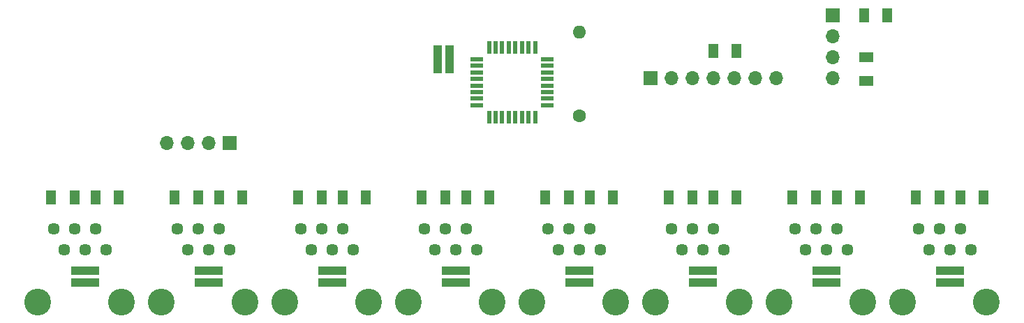
<source format=gbr>
G04 #@! TF.GenerationSoftware,KiCad,Pcbnew,(6.0.0-rc1-dev-313-g8db361882)*
G04 #@! TF.CreationDate,2018-09-01T22:17:23+02:00*
G04 #@! TF.ProjectId,Muxtemp,4D757874656D702E6B696361645F7063,rev?*
G04 #@! TF.SameCoordinates,Original*
G04 #@! TF.FileFunction,Soldermask,Bot*
G04 #@! TF.FilePolarity,Negative*
%FSLAX46Y46*%
G04 Gerber Fmt 4.6, Leading zero omitted, Abs format (unit mm)*
G04 Created by KiCad (PCBNEW (6.0.0-rc1-dev-313-g8db361882)) date 09/01/18 22:17:23*
%MOMM*%
%LPD*%
G01*
G04 APERTURE LIST*
%ADD10R,1.700000X1.700000*%
%ADD11O,1.700000X1.700000*%
%ADD12C,3.250000*%
%ADD13C,1.450000*%
%ADD14R,1.600000X0.550000*%
%ADD15R,0.550000X1.600000*%
%ADD16R,1.220000X1.800000*%
%ADD17C,1.600000*%
%ADD18O,1.600000X1.600000*%
%ADD19R,1.070000X3.400000*%
%ADD20R,3.400000X1.070000*%
%ADD21R,1.800000X1.220000*%
G04 APERTURE END LIST*
D10*
G04 #@! TO.C,J10*
X157734000Y-85852000D03*
D11*
X160274000Y-85852000D03*
X162814000Y-85852000D03*
X165354000Y-85852000D03*
X167894000Y-85852000D03*
X170434000Y-85852000D03*
X172974000Y-85852000D03*
G04 #@! TD*
D12*
G04 #@! TO.C,J3*
X123571000Y-113030000D03*
X113411000Y-113030000D03*
D13*
X121666000Y-106680000D03*
X120396000Y-104140000D03*
X119126000Y-106680000D03*
X117856000Y-104140000D03*
X116586000Y-106680000D03*
X115316000Y-104140000D03*
G04 #@! TD*
D12*
G04 #@! TO.C,J8*
X198501000Y-113030000D03*
X188341000Y-113030000D03*
D13*
X196596000Y-106680000D03*
X195326000Y-104140000D03*
X194056000Y-106680000D03*
X192786000Y-104140000D03*
X191516000Y-106680000D03*
X190246000Y-104140000D03*
G04 #@! TD*
D11*
G04 #@! TO.C,J9*
X99060000Y-93726000D03*
X101600000Y-93726000D03*
X104140000Y-93726000D03*
D10*
X106680000Y-93726000D03*
G04 #@! TD*
G04 #@! TO.C,J11*
X179832000Y-78232000D03*
D11*
X179832000Y-80772000D03*
X179832000Y-83312000D03*
X179832000Y-85852000D03*
G04 #@! TD*
D14*
G04 #@! TO.C,U1*
X145220000Y-83560000D03*
X145220000Y-84360000D03*
X145220000Y-85160000D03*
X145220000Y-85960000D03*
X145220000Y-86760000D03*
X145220000Y-87560000D03*
X145220000Y-88360000D03*
X145220000Y-89160000D03*
D15*
X143770000Y-90610000D03*
X142970000Y-90610000D03*
X142170000Y-90610000D03*
X141370000Y-90610000D03*
X140570000Y-90610000D03*
X139770000Y-90610000D03*
X138970000Y-90610000D03*
X138170000Y-90610000D03*
D14*
X136720000Y-89160000D03*
X136720000Y-88360000D03*
X136720000Y-87560000D03*
X136720000Y-86760000D03*
X136720000Y-85960000D03*
X136720000Y-85160000D03*
X136720000Y-84360000D03*
X136720000Y-83560000D03*
D15*
X138170000Y-82110000D03*
X138970000Y-82110000D03*
X139770000Y-82110000D03*
X140570000Y-82110000D03*
X141370000Y-82110000D03*
X142170000Y-82110000D03*
X142970000Y-82110000D03*
X143770000Y-82110000D03*
G04 #@! TD*
D16*
G04 #@! TO.C,R17*
X168214000Y-82550000D03*
X165354000Y-82550000D03*
G04 #@! TD*
D17*
G04 #@! TO.C,R19*
X149098000Y-90424000D03*
D18*
X149098000Y-80264000D03*
G04 #@! TD*
D19*
G04 #@! TO.C,JP9*
X133350000Y-83566000D03*
X131900000Y-83566000D03*
G04 #@! TD*
D20*
G04 #@! TO.C,JP7*
X179070000Y-110670000D03*
X179070000Y-109220000D03*
G04 #@! TD*
G04 #@! TO.C,JP6*
X164084000Y-109220000D03*
X164084000Y-110670000D03*
G04 #@! TD*
G04 #@! TO.C,JP1*
X89154000Y-110670000D03*
X89154000Y-109220000D03*
G04 #@! TD*
G04 #@! TO.C,JP2*
X104140000Y-109220000D03*
X104140000Y-110670000D03*
G04 #@! TD*
G04 #@! TO.C,JP8*
X194056000Y-110670000D03*
X194056000Y-109220000D03*
G04 #@! TD*
G04 #@! TO.C,JP5*
X149098000Y-109220000D03*
X149098000Y-110670000D03*
G04 #@! TD*
G04 #@! TO.C,JP4*
X134112000Y-110670000D03*
X134112000Y-109220000D03*
G04 #@! TD*
G04 #@! TO.C,JP3*
X119126000Y-109220000D03*
X119126000Y-110670000D03*
G04 #@! TD*
D21*
G04 #@! TO.C,R18*
X183896000Y-86172000D03*
X183896000Y-83312000D03*
G04 #@! TD*
D16*
G04 #@! TO.C,F1*
X186502000Y-78232000D03*
X183642000Y-78232000D03*
G04 #@! TD*
D12*
G04 #@! TO.C,J6*
X168529000Y-113030000D03*
X158369000Y-113030000D03*
D13*
X166624000Y-106680000D03*
X165354000Y-104140000D03*
X164084000Y-106680000D03*
X162814000Y-104140000D03*
X161544000Y-106680000D03*
X160274000Y-104140000D03*
G04 #@! TD*
G04 #@! TO.C,J1*
X85344000Y-104140000D03*
X86614000Y-106680000D03*
X87884000Y-104140000D03*
X89154000Y-106680000D03*
X90424000Y-104140000D03*
X91694000Y-106680000D03*
D12*
X83439000Y-113030000D03*
X93599000Y-113030000D03*
G04 #@! TD*
D13*
G04 #@! TO.C,J4*
X130302000Y-104140000D03*
X131572000Y-106680000D03*
X132842000Y-104140000D03*
X134112000Y-106680000D03*
X135382000Y-104140000D03*
X136652000Y-106680000D03*
D12*
X128397000Y-113030000D03*
X138557000Y-113030000D03*
G04 #@! TD*
G04 #@! TO.C,J5*
X153543000Y-113030000D03*
X143383000Y-113030000D03*
D13*
X151638000Y-106680000D03*
X150368000Y-104140000D03*
X149098000Y-106680000D03*
X147828000Y-104140000D03*
X146558000Y-106680000D03*
X145288000Y-104140000D03*
G04 #@! TD*
G04 #@! TO.C,J7*
X175260000Y-104140000D03*
X176530000Y-106680000D03*
X177800000Y-104140000D03*
X179070000Y-106680000D03*
X180340000Y-104140000D03*
X181610000Y-106680000D03*
D12*
X173355000Y-113030000D03*
X183515000Y-113030000D03*
G04 #@! TD*
D13*
G04 #@! TO.C,J2*
X100330000Y-104140000D03*
X101600000Y-106680000D03*
X102870000Y-104140000D03*
X104140000Y-106680000D03*
X105410000Y-104140000D03*
X106680000Y-106680000D03*
D12*
X98425000Y-113030000D03*
X108585000Y-113030000D03*
G04 #@! TD*
D16*
G04 #@! TO.C,R7*
X180340000Y-100330000D03*
X183200000Y-100330000D03*
G04 #@! TD*
G04 #@! TO.C,R3*
X123256000Y-100330000D03*
X120396000Y-100330000D03*
G04 #@! TD*
G04 #@! TO.C,R15*
X174940000Y-100330000D03*
X177800000Y-100330000D03*
G04 #@! TD*
G04 #@! TO.C,R14*
X162814000Y-100330000D03*
X159954000Y-100330000D03*
G04 #@! TD*
G04 #@! TO.C,R13*
X144968000Y-100330000D03*
X147828000Y-100330000D03*
G04 #@! TD*
G04 #@! TO.C,R12*
X132842000Y-100330000D03*
X129982000Y-100330000D03*
G04 #@! TD*
G04 #@! TO.C,R11*
X114996000Y-100330000D03*
X117856000Y-100330000D03*
G04 #@! TD*
G04 #@! TO.C,R10*
X102870000Y-100330000D03*
X100010000Y-100330000D03*
G04 #@! TD*
G04 #@! TO.C,R6*
X165354000Y-100330000D03*
X168214000Y-100330000D03*
G04 #@! TD*
G04 #@! TO.C,R5*
X153228000Y-100330000D03*
X150368000Y-100330000D03*
G04 #@! TD*
G04 #@! TO.C,R4*
X135382000Y-100330000D03*
X138242000Y-100330000D03*
G04 #@! TD*
G04 #@! TO.C,R1*
X93284000Y-100330000D03*
X90424000Y-100330000D03*
G04 #@! TD*
G04 #@! TO.C,R2*
X105410000Y-100330000D03*
X108270000Y-100330000D03*
G04 #@! TD*
G04 #@! TO.C,R9*
X87884000Y-100330000D03*
X85024000Y-100330000D03*
G04 #@! TD*
G04 #@! TO.C,R8*
X195326000Y-100330000D03*
X198186000Y-100330000D03*
G04 #@! TD*
G04 #@! TO.C,R16*
X192786000Y-100330000D03*
X189926000Y-100330000D03*
G04 #@! TD*
M02*

</source>
